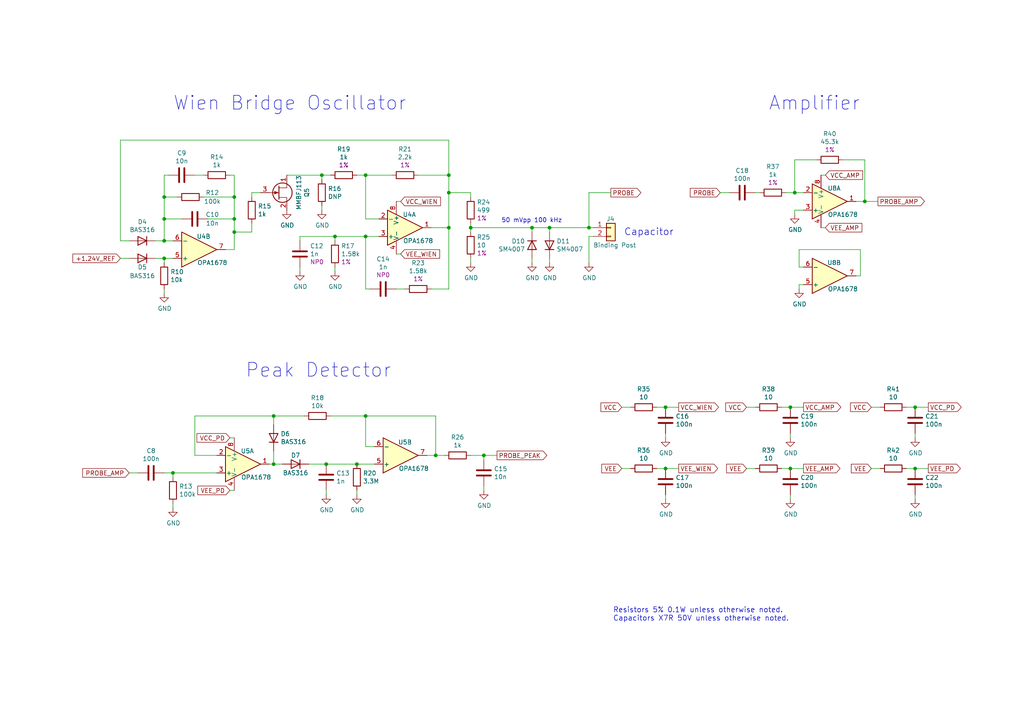
<source format=kicad_sch>
(kicad_sch (version 20230121) (generator eeschema)
  (paper "A4")
  (lib_symbols
    (symbol "Amplifier_Operational:OPA1678" (pin_names (offset 0.127))
      (property "Reference" "U" (at 0 5.08 0))
      (property "Value" "OPA1678" (at 0 -5.08 0))
      (symbol "OPA1678_1_1"
        (polyline (pts (xy -5.08 5.08) (xy 5.08 0) (xy -5.08 -5.08) (xy -5.08 5.08)) (stroke (width 0.254)) (fill (type background)))
        (pin output line (at 7.62 0 180) (length 2.54) (name "~") (number "1"))
        (pin input line (at -7.62 -2.54 0) (length 2.54) (name "-") (number "2"))
        (pin input line (at -7.62 2.54 0) (length 2.54) (name "+") (number "3"))
      )
      (symbol "OPA1678_2_1"
        (polyline (pts (xy -5.08 5.08) (xy 5.08 0) (xy -5.08 -5.08) (xy -5.08 5.08)) (stroke (width 0.254)) (fill (type background)))
        (pin input line (at -7.62 2.54 0) (length 2.54) (name "+") (number "5"))
        (pin input line (at -7.62 -2.54 0) (length 2.54) (name "-") (number "6"))
        (pin output line (at 7.62 0 180) (length 2.54) (name "~") (number "7"))
      )
      (symbol "OPA1678_3_1"
        (pin power_in line (at -2.54 -7.62 90) (length 3.81) (name "V-") (number "4"))
        (pin power_in line (at -2.54 7.62 270) (length 3.81) (name "V+") (number "8"))
      )
    )
    (symbol "Connector_Generic:Conn_01x02" (pin_names (offset 1.016) hide)
      (property "Reference" "J" (at 0 2.54 0))
      (property "Value" "Conn_01x02" (at 0 -5.08 0))
      (symbol "Conn_01x02_1_1"
        (rectangle (start -1.27 -2.413) (end 0 -2.667) (stroke (width 0.1524)))
        (rectangle (start -1.27 0.127) (end 0 -0.127) (stroke (width 0.1524)))
        (rectangle (start -1.27 1.27) (end 1.27 -3.81) (stroke (width 0.254)) (fill (type background)))
        (pin passive line (at -5.08 0 0) (length 3.81) (name "Pin_1") (number "1"))
        (pin passive line (at -5.08 -2.54 0) (length 3.81) (name "Pin_2") (number "2"))
      )
    )
    (symbol "Device:C" (pin_numbers hide) (pin_names (offset 0.254))
      (property "Reference" "C" (at 0.635 2.54 0))
      (property "Value" "C" (at 0.635 -2.54 0))
      (symbol "C_0_1"
        (polyline (pts (xy -2.032 -0.762) (xy 2.032 -0.762)) (stroke (width 0.508)))
        (polyline (pts (xy -2.032 0.762) (xy 2.032 0.762)) (stroke (width 0.508)))
      )
      (symbol "C_1_1"
        (pin passive line (at 0 3.81 270) (length 2.794) (name "~") (number "1"))
        (pin passive line (at 0 -3.81 90) (length 2.794) (name "~") (number "2"))
      )
    )
    (symbol "Device:R" (pin_numbers hide) (pin_names (offset 0))
      (property "Reference" "R" (at 2.032 0 90))
      (property "Value" "R" (at 0 0 90))
      (symbol "R_0_1"
        (rectangle (start -1.016 -2.54) (end 1.016 2.54) (stroke (width 0.254)))
      )
      (symbol "R_1_1"
        (pin passive line (at 0 3.81 270) (length 1.27) (name "~") (number "1"))
        (pin passive line (at 0 -3.81 90) (length 1.27) (name "~") (number "2"))
      )
    )
    (symbol "Diode:BAS316" (pin_numbers hide) (pin_names hide)
      (property "Reference" "D" (at 0 2.54 0))
      (property "Value" "BAS316" (at 0 -2.54 0))
      (symbol "BAS316_0_1"
        (polyline (pts (xy -1.27 1.27) (xy -1.27 -1.27)) (stroke (width 0.254)))
        (polyline (pts (xy 1.27 0) (xy -1.27 0)))
        (polyline (pts (xy 1.27 1.27) (xy 1.27 -1.27) (xy -1.27 0) (xy 1.27 1.27)) (stroke (width 0.254)))
      )
      (symbol "BAS316_1_1"
        (pin passive line (at -3.81 0 0) (length 2.54) (name "K") (number "1"))
        (pin passive line (at 3.81 0 180) (length 2.54) (name "A") (number "2"))
      )
    )
    (symbol "Diode:SM4007" (pin_numbers hide) (pin_names hide)
      (property "Reference" "D" (at 0 2.54 0))
      (property "Value" "SM4007" (at 0 -2.54 0))
      (symbol "SM4007_0_1"
        (polyline (pts (xy -1.27 1.27) (xy -1.27 -1.27)) (stroke (width 0.254)))
        (polyline (pts (xy 1.27 0) (xy -1.27 0)))
        (polyline (pts (xy 1.27 1.27) (xy 1.27 -1.27) (xy -1.27 0) (xy 1.27 1.27)) (stroke (width 0.254)))
      )
      (symbol "SM4007_1_1"
        (pin passive line (at -3.81 0 0) (length 2.54) (name "K") (number "1"))
        (pin passive line (at 3.81 0 180) (length 2.54) (name "A") (number "2"))
      )
    )
    (symbol "Transistor_FET:MMBFJ113" (pin_names hide)
      (property "Reference" "Q" (at 5.08 1.905 0))
      (property "Value" "MMBFJ113" (at 5.08 0 0))
      (symbol "MMBFJ113_0_1"
        (polyline (pts (xy 0.254 0) (xy -2.54 0)))
        (polyline (pts (xy 0.254 1.905) (xy 0.254 -1.905)) (stroke (width 0.254)))
        (polyline (pts (xy 2.54 -2.54) (xy 2.54 -1.397) (xy 0.254 -1.397)))
        (polyline (pts (xy 2.54 2.54) (xy 2.54 1.397) (xy 0.254 1.397)))
        (polyline (pts (xy 0 0) (xy -1.016 0.381) (xy -1.016 -0.381) (xy 0 0)) (fill (type outline)))
        (circle (center 1.27 0) (radius 2.8194) (stroke (width 0.254)))
      )
      (symbol "MMBFJ113_1_1"
        (pin passive line (at 2.54 5.08 270) (length 2.54) (name "D") (number "1"))
        (pin passive line (at 2.54 -5.08 90) (length 2.54) (name "S") (number "2"))
        (pin input line (at -5.08 0 0) (length 2.54) (name "G") (number "3"))
      )
    )
    (symbol "power:GND" (power) (pin_names (offset 0))
      (property "Value" "GND" (at 0 -3.81 0))
      (symbol "GND_0_1"
        (polyline (pts (xy 0 0) (xy 0 -1.27) (xy 1.27 -1.27) (xy 0 -2.54) (xy -1.27 -1.27) (xy 0 -1.27)))
      )
      (symbol "GND_1_1"
        (pin power_in line (at 0 0 270) (length 0) hide (name "GND") (number "1"))
      )
    )
  )
  (junction (at 130.175 55.88))
  (junction (at 265.43 135.89))
  (junction (at 67.945 63.5))
  (junction (at 130.175 50.8))
  (junction (at 106.045 68.58))
  (junction (at 67.945 67.31))
  (junction (at 130.175 66.04))
  (junction (at 47.625 63.5))
  (junction (at 79.375 120.65))
  (junction (at 47.625 69.85))
  (junction (at 47.625 57.15))
  (junction (at 229.235 135.89))
  (junction (at 265.43 118.11))
  (junction (at 67.945 57.15))
  (junction (at 229.235 118.11))
  (junction (at 154.305 66.04))
  (junction (at 106.045 120.65))
  (junction (at 103.505 134.62))
  (junction (at 250.825 58.42))
  (junction (at 79.375 134.62))
  (junction (at 94.615 134.62))
  (junction (at 47.625 74.93))
  (junction (at 97.155 68.58))
  (junction (at 170.815 66.04))
  (junction (at 159.385 66.04))
  (junction (at 140.335 132.08))
  (junction (at 50.165 137.16))
  (junction (at 193.04 135.89))
  (junction (at 136.525 66.04))
  (junction (at 230.505 55.88))
  (junction (at 93.345 50.8))
  (junction (at 126.365 132.08))
  (junction (at 106.045 50.8))
  (junction (at 193.04 118.11))
  (wire (pts (xy 233.045 135.89) (xy 229.235 135.89)))
  (wire (pts (xy 56.515 132.08) (xy 56.515 120.65)))
  (wire (pts (xy 182.88 118.11) (xy 180.34 118.11)))
  (wire (pts (xy 182.88 135.89) (xy 180.34 135.89)))
  (wire (pts (xy 73.025 67.31) (xy 73.025 64.77)))
  (wire (pts (xy 230.505 55.88) (xy 227.965 55.88)))
  (wire (pts (xy 103.505 143.51) (xy 103.505 142.24)))
  (wire (pts (xy 86.995 69.85) (xy 86.995 68.58)))
  (wire (pts (xy 231.775 82.55) (xy 231.775 83.82)))
  (wire (pts (xy 130.175 40.64) (xy 130.175 50.8)))
  (wire (pts (xy 193.04 118.11) (xy 190.5 118.11)))
  (wire (pts (xy 255.27 118.11) (xy 252.73 118.11)))
  (wire (pts (xy 172.085 66.04) (xy 170.815 66.04)))
  (wire (pts (xy 233.045 60.96) (xy 230.505 60.96)))
  (wire (pts (xy 67.945 127) (xy 66.675 127)))
  (wire (pts (xy 107.315 83.82) (xy 106.045 83.82)))
  (wire (pts (xy 140.335 140.97) (xy 140.335 142.24)))
  (wire (pts (xy 230.505 55.88) (xy 230.505 46.355)))
  (wire (pts (xy 254.635 58.42) (xy 250.825 58.42)))
  (wire (pts (xy 47.625 85.09) (xy 47.625 83.82)))
  (wire (pts (xy 73.025 57.15) (xy 73.025 55.88)))
  (wire (pts (xy 219.075 118.11) (xy 216.535 118.11)))
  (wire (pts (xy 67.945 142.24) (xy 66.675 142.24)))
  (wire (pts (xy 34.925 69.85) (xy 34.925 40.64)))
  (wire (pts (xy 106.045 63.5) (xy 106.045 50.8)))
  (wire (pts (xy 126.365 132.08) (xy 123.825 132.08)))
  (wire (pts (xy 37.465 74.93) (xy 34.925 74.93)))
  (wire (pts (xy 196.85 118.11) (xy 193.04 118.11)))
  (wire (pts (xy 50.165 138.43) (xy 50.165 137.16)))
  (wire (pts (xy 233.045 55.88) (xy 230.505 55.88)))
  (wire (pts (xy 65.405 72.39) (xy 67.945 72.39)))
  (wire (pts (xy 219.075 135.89) (xy 216.535 135.89)))
  (wire (pts (xy 47.625 76.2) (xy 47.625 74.93)))
  (wire (pts (xy 130.175 50.8) (xy 121.285 50.8)))
  (wire (pts (xy 52.705 63.5) (xy 47.625 63.5)))
  (wire (pts (xy 67.945 57.15) (xy 59.055 57.15)))
  (wire (pts (xy 97.155 78.74) (xy 97.155 77.47)))
  (wire (pts (xy 136.525 66.04) (xy 136.525 67.31)))
  (wire (pts (xy 170.815 66.04) (xy 159.385 66.04)))
  (wire (pts (xy 60.325 63.5) (xy 67.945 63.5)))
  (wire (pts (xy 50.165 137.16) (xy 47.625 137.16)))
  (wire (pts (xy 249.555 80.01) (xy 248.285 80.01)))
  (wire (pts (xy 136.525 57.15) (xy 136.525 55.88)))
  (wire (pts (xy 113.665 50.8) (xy 106.045 50.8)))
  (wire (pts (xy 79.375 123.19) (xy 79.375 120.65)))
  (wire (pts (xy 47.625 57.15) (xy 47.625 50.8)))
  (wire (pts (xy 193.04 135.89) (xy 190.5 135.89)))
  (wire (pts (xy 67.945 50.8) (xy 67.945 57.15)))
  (wire (pts (xy 106.045 83.82) (xy 106.045 68.58)))
  (wire (pts (xy 231.775 77.47) (xy 231.775 72.39)))
  (wire (pts (xy 47.625 57.15) (xy 51.435 57.15)))
  (wire (pts (xy 196.85 135.89) (xy 193.04 135.89)))
  (wire (pts (xy 244.475 46.355) (xy 250.825 46.355)))
  (wire (pts (xy 136.525 55.88) (xy 130.175 55.88)))
  (wire (pts (xy 265.43 118.11) (xy 262.89 118.11)))
  (wire (pts (xy 106.045 120.65) (xy 95.885 120.65)))
  (wire (pts (xy 73.025 55.88) (xy 75.565 55.88)))
  (wire (pts (xy 159.385 67.31) (xy 159.385 66.04)))
  (wire (pts (xy 136.525 132.08) (xy 140.335 132.08)))
  (wire (pts (xy 193.04 127) (xy 193.04 125.73)))
  (wire (pts (xy 140.335 132.08) (xy 140.335 133.35)))
  (wire (pts (xy 159.385 76.2) (xy 159.385 74.93)))
  (wire (pts (xy 233.045 82.55) (xy 231.775 82.55)))
  (wire (pts (xy 172.085 68.58) (xy 170.815 68.58)))
  (wire (pts (xy 229.235 144.78) (xy 229.235 143.51)))
  (wire (pts (xy 170.815 55.88) (xy 177.165 55.88)))
  (wire (pts (xy 56.515 50.8) (xy 59.055 50.8)))
  (wire (pts (xy 233.045 77.47) (xy 231.775 77.47)))
  (wire (pts (xy 108.585 129.54) (xy 106.045 129.54)))
  (wire (pts (xy 170.815 68.58) (xy 170.815 76.2)))
  (wire (pts (xy 94.615 143.51) (xy 94.615 142.24)))
  (wire (pts (xy 126.365 120.65) (xy 126.365 132.08)))
  (wire (pts (xy 81.915 134.62) (xy 79.375 134.62)))
  (wire (pts (xy 40.005 137.16) (xy 37.465 137.16)))
  (wire (pts (xy 130.175 55.88) (xy 130.175 50.8)))
  (wire (pts (xy 230.505 60.96) (xy 230.505 62.23)))
  (wire (pts (xy 93.345 60.96) (xy 93.345 59.69)))
  (wire (pts (xy 117.475 83.82) (xy 114.935 83.82)))
  (wire (pts (xy 229.235 135.89) (xy 226.695 135.89)))
  (wire (pts (xy 114.935 58.42) (xy 116.205 58.42)))
  (wire (pts (xy 50.165 74.93) (xy 47.625 74.93)))
  (wire (pts (xy 109.855 63.5) (xy 106.045 63.5)))
  (wire (pts (xy 97.155 68.58) (xy 106.045 68.58)))
  (wire (pts (xy 250.825 46.355) (xy 250.825 58.42)))
  (wire (pts (xy 86.995 68.58) (xy 97.155 68.58)))
  (wire (pts (xy 229.235 118.11) (xy 226.695 118.11)))
  (wire (pts (xy 136.525 76.2) (xy 136.525 74.93)))
  (wire (pts (xy 170.815 66.04) (xy 170.815 55.88)))
  (wire (pts (xy 47.625 63.5) (xy 47.625 57.15)))
  (wire (pts (xy 239.395 66.04) (xy 238.125 66.04)))
  (wire (pts (xy 125.095 83.82) (xy 130.175 83.82)))
  (wire (pts (xy 154.305 66.04) (xy 136.525 66.04)))
  (wire (pts (xy 103.505 134.62) (xy 94.615 134.62)))
  (wire (pts (xy 47.625 69.85) (xy 47.625 63.5)))
  (wire (pts (xy 73.025 67.31) (xy 67.945 67.31)))
  (wire (pts (xy 47.625 69.85) (xy 45.085 69.85)))
  (wire (pts (xy 86.995 78.74) (xy 86.995 77.47)))
  (wire (pts (xy 50.165 147.32) (xy 50.165 146.05)))
  (wire (pts (xy 108.585 134.62) (xy 103.505 134.62)))
  (wire (pts (xy 62.865 137.16) (xy 50.165 137.16)))
  (wire (pts (xy 231.775 72.39) (xy 249.555 72.39)))
  (wire (pts (xy 67.945 57.15) (xy 67.945 63.5)))
  (wire (pts (xy 79.375 134.62) (xy 78.105 134.62)))
  (wire (pts (xy 220.345 55.88) (xy 219.075 55.88)))
  (wire (pts (xy 93.345 52.07) (xy 93.345 50.8)))
  (wire (pts (xy 34.925 40.64) (xy 130.175 40.64)))
  (wire (pts (xy 154.305 76.2) (xy 154.305 74.93)))
  (wire (pts (xy 249.555 72.39) (xy 249.555 80.01)))
  (wire (pts (xy 67.945 63.5) (xy 67.945 67.31)))
  (wire (pts (xy 106.045 68.58) (xy 109.855 68.58)))
  (wire (pts (xy 50.165 69.85) (xy 47.625 69.85)))
  (wire (pts (xy 116.205 73.66) (xy 114.935 73.66)))
  (wire (pts (xy 230.505 46.355) (xy 236.855 46.355)))
  (wire (pts (xy 211.455 55.88) (xy 208.915 55.88)))
  (wire (pts (xy 269.24 135.89) (xy 265.43 135.89)))
  (wire (pts (xy 66.675 50.8) (xy 67.945 50.8)))
  (wire (pts (xy 37.465 69.85) (xy 34.925 69.85)))
  (wire (pts (xy 95.885 50.8) (xy 93.345 50.8)))
  (wire (pts (xy 79.375 130.81) (xy 79.375 134.62)))
  (wire (pts (xy 88.265 120.65) (xy 79.375 120.65)))
  (wire (pts (xy 126.365 132.08) (xy 128.905 132.08)))
  (wire (pts (xy 144.145 132.08) (xy 140.335 132.08)))
  (wire (pts (xy 265.43 135.89) (xy 262.89 135.89)))
  (wire (pts (xy 130.175 66.04) (xy 130.175 83.82)))
  (wire (pts (xy 97.155 69.85) (xy 97.155 68.58)))
  (wire (pts (xy 94.615 134.62) (xy 89.535 134.62)))
  (wire (pts (xy 154.305 67.31) (xy 154.305 66.04)))
  (wire (pts (xy 233.045 118.11) (xy 229.235 118.11)))
  (wire (pts (xy 250.825 58.42) (xy 248.285 58.42)))
  (wire (pts (xy 229.235 127) (xy 229.235 125.73)))
  (wire (pts (xy 93.345 50.8) (xy 83.185 50.8)))
  (wire (pts (xy 136.525 64.77) (xy 136.525 66.04)))
  (wire (pts (xy 239.395 50.8) (xy 238.125 50.8)))
  (wire (pts (xy 67.945 67.31) (xy 67.945 72.39)))
  (wire (pts (xy 47.625 74.93) (xy 45.085 74.93)))
  (wire (pts (xy 130.175 66.04) (xy 130.175 55.88)))
  (wire (pts (xy 193.04 144.78) (xy 193.04 143.51)))
  (wire (pts (xy 159.385 66.04) (xy 154.305 66.04)))
  (wire (pts (xy 79.375 120.65) (xy 56.515 120.65)))
  (wire (pts (xy 265.43 144.78) (xy 265.43 143.51)))
  (wire (pts (xy 106.045 50.8) (xy 103.505 50.8)))
  (wire (pts (xy 106.045 120.65) (xy 126.365 120.65)))
  (wire (pts (xy 269.24 118.11) (xy 265.43 118.11)))
  (wire (pts (xy 47.625 50.8) (xy 48.895 50.8)))
  (wire (pts (xy 255.27 135.89) (xy 252.73 135.89)))
  (wire (pts (xy 265.43 127) (xy 265.43 125.73)))
  (wire (pts (xy 106.045 129.54) (xy 106.045 120.65)))
  (wire (pts (xy 62.865 132.08) (xy 56.515 132.08)))
  (wire (pts (xy 130.175 66.04) (xy 125.095 66.04)))
  (text "50 mVpp 100 kHz" (at 145.415 64.77 0) (effects (font (size 1.27 1.27)) (justify left bottom)))
  (text "Amplifier" (at 222.885 32.385 0) (effects (font (size 4 4)) (justify left bottom)))
  (text "Peak Detector" (at 71.12 109.855 0) (effects (font (size 4 4)) (justify left bottom)))
  (text "Wien Bridge Oscillator" (at 50.165 32.385 0) (effects (font (size 4 4)) (justify left bottom)))
  (text "Resistors 5% 0.1W unless otherwise noted.\nCapacitors X7R 50V unless otherwise noted." (at 177.8 180.34 0) (effects (font (size 1.5 1.5)) (justify left bottom)))
  (text "Capacitor" (at 180.975 68.58 0) (effects (font (size 2 2)) (justify left bottom)))
  (global_label "VCC_WIEN" (shape output) (at 196.85 118.11 0) (property "Intersheetrefs" "${INTERSHEET_REFS}" (effects hide)))
  (global_label "VEE" (shape input) (at 216.535 135.89 180) (property "Intersheetrefs" "${INTERSHEET_REFS}" (effects hide)))
  (global_label "PROBE_AMP" (shape input) (at 37.465 137.16 180) (property "Intersheetrefs" "${INTERSHEET_REFS}" (effects hide)))
  (global_label "VEE_WIEN" (shape output) (at 196.85 135.89 0) (property "Intersheetrefs" "${INTERSHEET_REFS}" (effects hide)))
  (global_label "VEE" (shape input) (at 180.34 135.89 180) (property "Intersheetrefs" "${INTERSHEET_REFS}" (effects hide)))
  (global_label "VEE_WIEN" (shape input) (at 116.205 73.66 0) (property "Intersheetrefs" "${INTERSHEET_REFS}" (effects hide)))
  (global_label "VCC_AMP" (shape input) (at 239.395 50.8 0) (property "Intersheetrefs" "${INTERSHEET_REFS}" (effects hide)))
  (global_label "VCC_WIEN" (shape input) (at 116.205 58.42 0) (property "Intersheetrefs" "${INTERSHEET_REFS}" (effects hide)))
  (global_label "VEE_AMP" (shape input) (at 239.395 66.04 0) (property "Intersheetrefs" "${INTERSHEET_REFS}" (effects hide)))
  (global_label "PROBE" (shape output) (at 177.165 55.88 0) (property "Intersheetrefs" "${INTERSHEET_REFS}" (effects hide)))
  (global_label "VEE_AMP" (shape output) (at 233.045 135.89 0) (property "Intersheetrefs" "${INTERSHEET_REFS}" (effects hide)))
  (global_label "VCC_PD" (shape output) (at 269.24 118.11 0) (property "Intersheetrefs" "${INTERSHEET_REFS}" (effects hide)))
  (global_label "VEE_PD" (shape output) (at 269.24 135.89 0) (property "Intersheetrefs" "${INTERSHEET_REFS}" (effects hide)))
  (global_label "PROBE" (shape input) (at 208.915 55.88 180) (property "Intersheetrefs" "${INTERSHEET_REFS}" (effects hide)))
  (global_label "VCC_PD" (shape input) (at 66.675 127 180) (property "Intersheetrefs" "${INTERSHEET_REFS}" (effects hide)))
  (global_label "VEE_PD" (shape input) (at 66.675 142.24 180) (property "Intersheetrefs" "${INTERSHEET_REFS}" (effects hide)))
  (global_label "VCC" (shape input) (at 252.73 118.11 180) (property "Intersheetrefs" "${INTERSHEET_REFS}" (effects hide)))
  (global_label "PROBE_PEAK" (shape output) (at 144.145 132.08 0) (property "Intersheetrefs" "${INTERSHEET_REFS}" (effects hide)))
  (global_label "VCC" (shape input) (at 216.535 118.11 180) (property "Intersheetrefs" "${INTERSHEET_REFS}" (effects hide)))
  (global_label "VEE" (shape input) (at 252.73 135.89 180) (property "Intersheetrefs" "${INTERSHEET_REFS}" (effects hide)))
  (global_label "PROBE_AMP" (shape output) (at 254.635 58.42 0) (property "Intersheetrefs" "${INTERSHEET_REFS}" (effects hide)))
  (global_label "VCC" (shape input) (at 180.34 118.11 180) (property "Intersheetrefs" "${INTERSHEET_REFS}" (effects hide)))
  (global_label "VCC_AMP" (shape output) (at 233.045 118.11 0) (property "Intersheetrefs" "${INTERSHEET_REFS}" (effects hide)))
  (global_label "+1.24V_REF" (shape input) (at 34.925 74.93 180) (property "Intersheetrefs" "${INTERSHEET_REFS}" (effects hide)))
  (symbol (lib_id "power:GND") (at 159.385 76.2 0) (unit 1)
    (property "Reference" "#PWR033" (effects hide))
    (property "Value" "GND" (at 159.512 80.5942 0))
  )
  (symbol (lib_id "Device:R") (at 92.075 120.65 270) (unit 1)
    (property "Reference" "R18" (at 92.075 115.3922 90))
    (property "Value" "10k" (at 92.075 117.7036 90))
    (property "Footprint" "Resistor_SMD:R_0603_1608Metric" (effects hide))
  )
  (symbol (lib_id "power:GND") (at 230.505 62.23 0) (unit 1)
    (property "Reference" "#PWR041" (effects hide))
    (property "Value" "GND" (at 230.632 66.6242 0))
  )
  (symbol (lib_id "Amplifier_Operational:OPA1678") (at 70.485 134.62 0) (mirror x) (unit 1)
    (property "Reference" "U5" (at 71.755 130.81 0))
    (property "Value" "OPA1678" (at 74.295 138.43 0))
    (property "Footprint" "Package_SO:SO-8_3.9x4.9mm_P1.27mm" (effects hide))
    (property "Datasheet" "http://www.ti.com/lit/ds/symlink/opa1678.pdf" (effects hide))
  )
  (symbol (lib_id "Device:R") (at 93.345 55.88 0) (unit 1)
    (property "Reference" "R16" (at 95.123 54.7116 0) (effects (justify left)))
    (property "Value" "DNP" (at 95.123 57.023 0) (effects (justify left)))
    (property "Footprint" "Resistor_SMD:R_0603_1608Metric" (effects hide))
  )
  (symbol (lib_id "Device:R") (at 259.08 135.89 270) (unit 1)
    (property "Reference" "R42" (at 259.08 130.6322 90))
    (property "Value" "10" (at 259.08 132.9436 90))
    (property "Footprint" "Resistor_SMD:R_0603_1608Metric" (effects hide))
  )
  (symbol (lib_id "Device:C") (at 111.125 83.82 270) (unit 1)
    (property "Reference" "C14" (at 111.125 75.1332 90))
    (property "Value" "1n" (at 111.125 77.4446 90))
    (property "Footprint" "Capacitor_SMD:C_0603_1608Metric" (effects hide))
    (property "Note" "NP0" (at 111.125 79.756 90))
  )
  (symbol (lib_id "power:GND") (at 86.995 78.74 0) (unit 1)
    (property "Reference" "#PWR024" (effects hide))
    (property "Value" "GND" (at 87.122 83.1342 0))
  )
  (symbol (lib_id "power:GND") (at 94.615 143.51 0) (unit 1)
    (property "Reference" "#PWR027" (effects hide))
    (property "Value" "GND" (at 94.742 147.9042 0))
  )
  (symbol (lib_id "Diode:BAS316") (at 79.375 127 90) (unit 1)
    (property "Reference" "D6" (at 81.407 125.8316 90) (effects (justify right)))
    (property "Value" "BAS316" (at 81.407 128.143 90) (effects (justify right)))
    (property "Footprint" "Diode_SMD:D_SOD-323" (effects hide))
    (property "Datasheet" "https://assets.nexperia.com/documents/data-sheet/BAS16_SER.pdf" (effects hide))
  )
  (symbol (lib_id "Device:R") (at 224.155 55.88 270) (unit 1)
    (property "Reference" "R37" (at 224.155 48.3362 90))
    (property "Value" "1k" (at 224.155 50.6476 90))
    (property "Footprint" "Resistor_SMD:R_0603_1608Metric" (effects hide))
    (property "Note" "1%" (at 224.155 52.959 90))
  )
  (symbol (lib_id "power:GND") (at 140.335 142.24 0) (unit 1)
    (property "Reference" "#PWR031" (effects hide))
    (property "Value" "GND" (at 140.462 146.6342 0))
  )
  (symbol (lib_id "power:GND") (at 50.165 147.32 0) (unit 1)
    (property "Reference" "#PWR020" (effects hide))
    (property "Value" "GND" (at 50.292 151.7142 0))
  )
  (symbol (lib_id "Device:R") (at 186.69 118.11 270) (unit 1)
    (property "Reference" "R35" (at 186.69 112.8522 90))
    (property "Value" "10" (at 186.69 115.1636 90))
    (property "Footprint" "Resistor_SMD:R_0603_1608Metric" (effects hide))
  )
  (symbol (lib_id "Diode:BAS316") (at 85.725 134.62 180) (unit 1)
    (property "Reference" "D7" (at 85.725 132.08 0))
    (property "Value" "BAS316" (at 85.725 137.16 0))
    (property "Footprint" "Diode_SMD:D_SOD-323" (effects hide))
    (property "Datasheet" "https://assets.nexperia.com/documents/data-sheet/BAS16_SER.pdf" (effects hide))
  )
  (symbol (lib_id "Device:R") (at 222.885 118.11 270) (unit 1)
    (property "Reference" "R38" (at 222.885 112.8522 90))
    (property "Value" "10" (at 222.885 115.1636 90))
    (property "Footprint" "Resistor_SMD:R_0603_1608Metric" (effects hide))
  )
  (symbol (lib_id "Device:R") (at 132.715 132.08 270) (unit 1)
    (property "Reference" "R26" (at 132.715 126.8222 90))
    (property "Value" "1k" (at 132.715 129.1336 90))
    (property "Footprint" "Resistor_SMD:R_0603_1608Metric" (effects hide))
  )
  (symbol (lib_id "power:GND") (at 154.305 76.2 0) (unit 1)
    (property "Reference" "#PWR032" (effects hide))
    (property "Value" "GND" (at 154.432 80.5942 0))
  )
  (symbol (lib_id "Device:C") (at 215.265 55.88 270) (unit 1)
    (property "Reference" "C18" (at 215.265 49.4792 90))
    (property "Value" "100n" (at 215.265 51.7906 90))
    (property "Footprint" "Capacitor_SMD:C_0603_1608Metric" (effects hide))
  )
  (symbol (lib_id "Diode:BAS316") (at 41.275 74.93 180) (unit 1)
    (property "Reference" "D5" (at 41.275 77.47 0))
    (property "Value" "BAS316" (at 41.275 80.01 0))
    (property "Footprint" "Diode_SMD:D_SOD-323" (effects hide))
    (property "Datasheet" "https://assets.nexperia.com/documents/data-sheet/BAS16_SER.pdf" (effects hide))
  )
  (symbol (lib_id "Connector_Generic:Conn_01x02") (at 177.165 66.04 0) (unit 1)
    (property "Reference" "J4" (at 175.895 63.5 0) (effects (justify left)))
    (property "Value" "Binding Post" (at 172.085 71.12 0) (effects (justify left)))
    (property "Footprint" "esr-meter:BindingPost" (effects hide))
  )
  (symbol (lib_id "power:GND") (at 103.505 143.51 0) (unit 1)
    (property "Reference" "#PWR029" (effects hide))
    (property "Value" "GND" (at 103.632 147.9042 0))
  )
  (symbol (lib_id "power:GND") (at 265.43 127 0) (unit 1)
    (property "Reference" "#PWR044" (effects hide))
    (property "Value" "GND" (at 265.557 131.3942 0))
  )
  (symbol (lib_id "Device:R") (at 103.505 138.43 0) (unit 1)
    (property "Reference" "R20" (at 105.283 137.2616 0) (effects (justify left)))
    (property "Value" "3.3M" (at 105.283 139.573 0) (effects (justify left)))
    (property "Footprint" "Resistor_SMD:R_0603_1608Metric" (effects hide))
  )
  (symbol (lib_id "Device:R") (at 117.475 50.8 270) (unit 1)
    (property "Reference" "R21" (at 117.475 43.2562 90))
    (property "Value" "2.2k" (at 117.475 45.5676 90))
    (property "Footprint" "Resistor_SMD:R_0603_1608Metric" (effects hide))
    (property "Note" "1%" (at 117.475 47.879 90))
  )
  (symbol (lib_id "Device:R") (at 99.695 50.8 270) (unit 1)
    (property "Reference" "R19" (at 99.695 43.2562 90))
    (property "Value" "1k" (at 99.695 45.5676 90))
    (property "Footprint" "Resistor_SMD:R_0603_1608Metric" (effects hide))
    (property "Note" "1%" (at 99.695 47.879 90))
  )
  (symbol (lib_id "Device:C") (at 265.43 121.92 0) (unit 1)
    (property "Reference" "C21" (at 268.351 120.7516 0) (effects (justify left)))
    (property "Value" "100n" (at 268.351 123.063 0) (effects (justify left)))
    (property "Footprint" "Capacitor_SMD:C_0603_1608Metric" (effects hide))
  )
  (symbol (lib_id "power:GND") (at 47.625 85.09 0) (unit 1)
    (property "Reference" "#PWR019" (effects hide))
    (property "Value" "GND" (at 47.752 89.4842 0))
  )
  (symbol (lib_id "Device:R") (at 97.155 73.66 0) (unit 1)
    (property "Reference" "R17" (at 98.933 71.3486 0) (effects (justify left)))
    (property "Value" "1.58k" (at 98.933 73.66 0) (effects (justify left)))
    (property "Footprint" "Resistor_SMD:R_0603_1608Metric" (effects hide))
    (property "Note" "1%" (at 98.933 75.9714 0) (effects (justify left)))
  )
  (symbol (lib_id "power:GND") (at 170.815 76.2 0) (unit 1)
    (property "Reference" "#PWR034" (effects hide))
    (property "Value" "GND" (at 170.942 80.5942 0))
  )
  (symbol (lib_id "Device:C") (at 56.515 63.5 270) (unit 1)
    (property "Reference" "C10" (at 61.595 62.23 90))
    (property "Value" "10n" (at 61.595 64.77 90))
    (property "Footprint" "Capacitor_SMD:C_0603_1608Metric" (effects hide))
  )
  (symbol (lib_id "power:GND") (at 93.345 60.96 0) (unit 1)
    (property "Reference" "#PWR025" (effects hide))
    (property "Value" "GND" (at 93.472 65.3542 0))
  )
  (symbol (lib_id "Device:R") (at 186.69 135.89 270) (unit 1)
    (property "Reference" "R36" (at 186.69 130.6322 90))
    (property "Value" "10" (at 186.69 132.9436 90))
    (property "Footprint" "Resistor_SMD:R_0603_1608Metric" (effects hide))
  )
  (symbol (lib_id "Device:R") (at 47.625 80.01 0) (unit 1)
    (property "Reference" "R10" (at 49.403 78.8416 0) (effects (justify left)))
    (property "Value" "10k" (at 49.403 81.153 0) (effects (justify left)))
    (property "Footprint" "Resistor_SMD:R_0603_1608Metric" (effects hide))
  )
  (symbol (lib_id "Device:R") (at 259.08 118.11 270) (unit 1)
    (property "Reference" "R41" (at 259.08 112.8522 90))
    (property "Value" "10" (at 259.08 115.1636 90))
    (property "Footprint" "Resistor_SMD:R_0603_1608Metric" (effects hide))
  )
  (symbol (lib_id "power:GND") (at 231.775 83.82 0) (unit 1)
    (property "Reference" "#PWR048" (effects hide))
    (property "Value" "GND" (at 231.902 88.2142 0))
  )
  (symbol (lib_id "Device:C") (at 52.705 50.8 270) (unit 1)
    (property "Reference" "C9" (at 52.705 44.3992 90))
    (property "Value" "10n" (at 52.705 46.7106 90))
    (property "Footprint" "Capacitor_SMD:C_0603_1608Metric" (effects hide))
  )
  (symbol (lib_id "Amplifier_Operational:OPA1678") (at 57.785 72.39 0) (mirror x) (unit 2)
    (property "Reference" "U4" (at 59.055 68.58 0))
    (property "Value" "OPA1678" (at 61.595 76.2 0))
    (property "Footprint" "Package_SO:SO-8_3.9x4.9mm_P1.27mm" (effects hide))
    (property "Datasheet" "http://www.ti.com/lit/ds/symlink/opa1678.pdf" (effects hide))
  )
  (symbol (lib_id "Amplifier_Operational:OPA1678") (at 240.665 80.01 0) (mirror x) (unit 2)
    (property "Reference" "U8" (at 241.935 76.2 0))
    (property "Value" "OPA1678" (at 244.475 83.82 0))
    (property "Footprint" "Package_SO:SO-8_3.9x4.9mm_P1.27mm" (effects hide))
    (property "Datasheet" "http://www.ti.com/lit/ds/symlink/opa1678.pdf" (effects hide))
  )
  (symbol (lib_id "power:GND") (at 229.235 127 0) (unit 1)
    (property "Reference" "#PWR042" (effects hide))
    (property "Value" "GND" (at 229.362 131.3942 0))
  )
  (symbol (lib_id "Transistor_FET:MMBFJ113") (at 80.645 55.88 0) (unit 1)
    (property "Reference" "Q5" (at 88.9762 55.88 90))
    (property "Value" "MMBFJ113" (at 86.6648 55.88 90))
    (property "Footprint" "Package_TO_SOT_SMD:SOT-23" (effects hide))
    (property "Datasheet" "https://www.onsemi.com/pub/Collateral/MMBFJ113-D.PDF" (effects hide))
  )
  (symbol (lib_id "Diode:SM4007") (at 159.385 71.12 90) (unit 1)
    (property "Reference" "D11" (at 161.417 69.9516 90) (effects (justify right)))
    (property "Value" "SM4007" (at 161.417 72.263 90) (effects (justify right)))
    (property "Footprint" "Diode_SMD:D_MELF" (effects hide))
    (property "Datasheet" "http://cdn-reichelt.de/documents/datenblatt/A400/SMD1N400%23DIO.pdf" (effects hide))
  )
  (symbol (lib_id "Device:C") (at 229.235 139.7 0) (unit 1)
    (property "Reference" "C20" (at 232.156 138.5316 0) (effects (justify left)))
    (property "Value" "100n" (at 232.156 140.843 0) (effects (justify left)))
    (property "Footprint" "Capacitor_SMD:C_0603_1608Metric" (effects hide))
  )
  (symbol (lib_id "power:GND") (at 97.155 78.74 0) (unit 1)
    (property "Reference" "#PWR026" (effects hide))
    (property "Value" "GND" (at 97.282 83.1342 0))
  )
  (symbol (lib_id "Device:R") (at 222.885 135.89 270) (unit 1)
    (property "Reference" "R39" (at 222.885 130.6322 90))
    (property "Value" "10" (at 222.885 132.9436 90))
    (property "Footprint" "Resistor_SMD:R_0603_1608Metric" (effects hide))
  )
  (symbol (lib_id "power:GND") (at 136.525 76.2 0) (unit 1)
    (property "Reference" "#PWR030" (effects hide))
    (property "Value" "GND" (at 136.652 80.5942 0))
  )
  (symbol (lib_id "Device:R") (at 136.525 60.96 0) (unit 1)
    (property "Reference" "R24" (at 138.303 58.6486 0) (effects (justify left)))
    (property "Value" "499" (at 138.303 60.96 0) (effects (justify left)))
    (property "Footprint" "Resistor_SMD:R_0805_2012Metric" (effects hide))
    (property "Note" "1%" (at 138.303 63.2714 0) (effects (justify left)))
  )
  (symbol (lib_id "Device:C") (at 193.04 121.92 0) (unit 1)
    (property "Reference" "C16" (at 195.961 120.7516 0) (effects (justify left)))
    (property "Value" "100n" (at 195.961 123.063 0) (effects (justify left)))
    (property "Footprint" "Capacitor_SMD:C_0603_1608Metric" (effects hide))
  )
  (symbol (lib_id "Amplifier_Operational:OPA1678") (at 116.205 132.08 0) (mirror x) (unit 2)
    (property "Reference" "U5" (at 117.475 128.27 0))
    (property "Value" "OPA1678" (at 120.015 135.89 0))
    (property "Footprint" "Package_SO:SO-8_3.9x4.9mm_P1.27mm" (effects hide))
    (property "Datasheet" "http://www.ti.com/lit/ds/symlink/opa1678.pdf" (effects hide))
  )
  (symbol (lib_id "Device:C") (at 86.995 73.66 0) (unit 1)
    (property "Reference" "C12" (at 89.916 71.3486 0) (effects (justify left)))
    (property "Value" "1n" (at 89.916 73.66 0) (effects (justify left)))
    (property "Footprint" "Capacitor_SMD:C_0603_1608Metric" (effects hide))
    (property "Note" "NP0" (at 89.916 75.9714 0) (effects (justify left)))
  )
  (symbol (lib_id "Amplifier_Operational:OPA1678") (at 240.665 58.42 0) (mirror x) (unit 1)
    (property "Reference" "U8" (at 241.935 54.61 0))
    (property "Value" "OPA1678" (at 244.475 62.23 0))
    (property "Footprint" "Package_SO:SO-8_3.9x4.9mm_P1.27mm" (effects hide))
    (property "Datasheet" "http://www.ti.com/lit/ds/symlink/opa1678.pdf" (effects hide))
  )
  (symbol (lib_id "Device:R") (at 73.025 60.96 180) (unit 1)
    (property "Reference" "R15" (at 74.803 59.7916 0) (effects (justify right)))
    (property "Value" "1k" (at 74.803 62.103 0) (effects (justify right)))
    (property "Footprint" "Resistor_SMD:R_0603_1608Metric" (effects hide))
  )
  (symbol (lib_id "Device:R") (at 136.525 71.12 0) (unit 1)
    (property "Reference" "R25" (at 138.303 68.8086 0) (effects (justify left)))
    (property "Value" "10" (at 138.303 71.12 0) (effects (justify left)))
    (property "Footprint" "Resistor_SMD:R_0805_2012Metric" (effects hide))
    (property "Note" "1%" (at 138.303 73.4314 0) (effects (justify left)))
  )
  (symbol (lib_id "Device:C") (at 229.235 121.92 0) (unit 1)
    (property "Reference" "C19" (at 232.156 120.7516 0) (effects (justify left)))
    (property "Value" "100n" (at 232.156 123.063 0) (effects (justify left)))
    (property "Footprint" "Capacitor_SMD:C_0603_1608Metric" (effects hide))
  )
  (symbol (lib_id "Device:R") (at 62.865 50.8 270) (unit 1)
    (property "Reference" "R14" (at 62.865 45.5422 90))
    (property "Value" "1k" (at 62.865 47.8536 90))
    (property "Footprint" "Resistor_SMD:R_0603_1608Metric" (effects hide))
  )
  (symbol (lib_id "Diode:BAS316") (at 41.275 69.85 180) (unit 1)
    (property "Reference" "D4" (at 41.275 64.3382 0))
    (property "Value" "BAS316" (at 41.275 66.6496 0))
    (property "Footprint" "Diode_SMD:D_SOD-323" (effects hide))
    (property "Datasheet" "https://assets.nexperia.com/documents/data-sheet/BAS16_SER.pdf" (effects hide))
  )
  (symbol (lib_id "Device:R") (at 240.665 46.355 270) (unit 1)
    (property "Reference" "R40" (at 240.665 38.8112 90))
    (property "Value" "45.3k" (at 240.665 41.1226 90))
    (property "Footprint" "Resistor_SMD:R_0603_1608Metric" (effects hide))
    (property "Note" "1%" (at 240.665 43.434 90))
  )
  (symbol (lib_id "Device:C") (at 193.04 139.7 0) (unit 1)
    (property "Reference" "C17" (at 195.961 138.5316 0) (effects (justify left)))
    (property "Value" "100n" (at 195.961 140.843 0) (effects (justify left)))
    (property "Footprint" "Capacitor_SMD:C_0603_1608Metric" (effects hide))
  )
  (symbol (lib_id "Amplifier_Operational:OPA1678") (at 117.475 66.04 0) (unit 3)
    (property "Reference" "U4" (effects hide))
    (property "Value" "OPA1678" (effects hide))
    (property "Footprint" "Package_SO:SO-8_3.9x4.9mm_P1.27mm" (effects hide))
    (property "Datasheet" "http://www.ti.com/lit/ds/symlink/opa1678.pdf" (effects hide))
  )
  (symbol (lib_id "power:GND") (at 229.235 144.78 0) (unit 1)
    (property "Reference" "#PWR043" (effects hide))
    (property "Value" "GND" (at 229.362 149.1742 0))
  )
  (symbol (lib_id "Diode:SM4007") (at 154.305 71.12 90) (mirror x) (unit 1)
    (property "Reference" "D10" (at 152.273 69.9516 90) (effects (justify left)))
    (property "Value" "SM4007" (at 152.273 72.263 90) (effects (justify left)))
    (property "Footprint" "Diode_SMD:D_MELF" (effects hide))
    (property "Datasheet" "http://cdn-reichelt.de/documents/datenblatt/A400/SMD1N400%23DIO.pdf" (effects hide))
  )
  (symbol (lib_id "Device:R") (at 121.285 83.82 270) (unit 1)
    (property "Reference" "R23" (at 121.285 76.2762 90))
    (property "Value" "1.58k" (at 121.285 78.5876 90))
    (property "Footprint" "Resistor_SMD:R_0603_1608Metric" (effects hide))
    (property "Note" "1%" (at 121.285 80.899 90))
  )
  (symbol (lib_id "Device:C") (at 140.335 137.16 0) (unit 1)
    (property "Reference" "C15" (at 143.256 135.9916 0) (effects (justify left)))
    (property "Value" "10n" (at 143.256 138.303 0) (effects (justify left)))
    (property "Footprint" "Capacitor_SMD:C_0603_1608Metric" (effects hide))
  )
  (symbol (lib_id "Amplifier_Operational:OPA1678") (at 240.665 58.42 0) (unit 3)
    (property "Reference" "U8" (effects hide))
    (property "Value" "OPA1678" (effects hide))
    (property "Footprint" "Package_SO:SO-8_3.9x4.9mm_P1.27mm" (effects hide))
    (property "Datasheet" "http://www.ti.com/lit/ds/symlink/opa1678.pdf" (effects hide))
  )
  (symbol (lib_id "power:GND") (at 83.185 60.96 0) (unit 1)
    (property "Reference" "#PWR022" (effects hide))
    (property "Value" "GND" (at 83.312 65.3542 0))
  )
  (symbol (lib_id "Device:C") (at 94.615 138.43 0) (unit 1)
    (property "Reference" "C13" (at 97.536 137.2616 0) (effects (justify left)))
    (property "Value" "1n" (at 97.536 139.573 0) (effects (justify left)))
    (property "Footprint" "Capacitor_SMD:C_0603_1608Metric" (effects hide))
  )
  (symbol (lib_id "power:GND") (at 193.04 127 0) (unit 1)
    (property "Reference" "#PWR036" (effects hide))
    (property "Value" "GND" (at 193.167 131.3942 0))
  )
  (symbol (lib_id "Device:R") (at 55.245 57.15 270) (unit 1)
    (property "Reference" "R12" (at 61.595 55.88 90))
    (property "Value" "100k" (at 61.595 58.42 90))
    (property "Footprint" "Resistor_SMD:R_0603_1608Metric" (effects hide))
  )
  (symbol (lib_id "Device:C") (at 43.815 137.16 270) (unit 1)
    (property "Reference" "C8" (at 43.815 130.7592 90))
    (property "Value" "100n" (at 43.815 133.0706 90))
    (property "Footprint" "Capacitor_SMD:C_0603_1608Metric" (effects hide))
  )
  (symbol (lib_id "Amplifier_Operational:OPA1678") (at 70.485 134.62 0) (unit 3)
    (property "Reference" "U5" (effects hide))
    (property "Value" "OPA1678" (effects hide))
    (property "Footprint" "Package_SO:SO-8_3.9x4.9mm_P1.27mm" (effects hide))
    (property "Datasheet" "http://www.ti.com/lit/ds/symlink/opa1678.pdf" (effects hide))
  )
  (symbol (lib_id "Device:C") (at 265.43 139.7 0) (unit 1)
    (property "Reference" "C22" (at 268.351 138.5316 0) (effects (justify left)))
    (property "Value" "100n" (at 268.351 140.843 0) (effects (justify left)))
    (property "Footprint" "Capacitor_SMD:C_0603_1608Metric" (effects hide))
  )
  (symbol (lib_id "power:GND") (at 193.04 144.78 0) (unit 1)
    (property "Reference" "#PWR037" (effects hide))
    (property "Value" "GND" (at 193.167 149.1742 0))
  )
  (symbol (lib_id "Device:R") (at 50.165 142.24 0) (unit 1)
    (property "Reference" "R13" (at 51.943 141.0716 0) (effects (justify left)))
    (property "Value" "100k" (at 51.943 143.383 0) (effects (justify left)))
    (property "Footprint" "Resistor_SMD:R_0603_1608Metric" (effects hide))
  )
  (symbol (lib_id "power:GND") (at 265.43 144.78 0) (unit 1)
    (property "Reference" "#PWR045" (effects hide))
    (property "Value" "GND" (at 265.557 149.1742 0))
  )
  (symbol (lib_id "Amplifier_Operational:OPA1678") (at 117.475 66.04 0) (mirror x) (unit 1)
    (property "Reference" "U4" (at 118.745 62.23 0))
    (property "Value" "OPA1678" (at 121.285 69.85 0))
    (property "Footprint" "Package_SO:SO-8_3.9x4.9mm_P1.27mm" (effects hide))
    (property "Datasheet" "http://www.ti.com/lit/ds/symlink/opa1678.pdf" (effects hide))
  )
)
</source>
